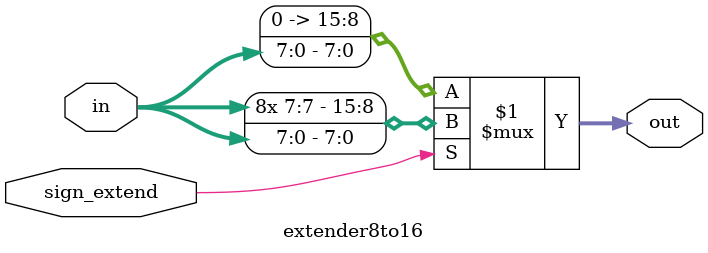
<source format=v>
module extender8to16 (in, sign_extend, out);
  
  input [7:0] in;
  input sign_extend;
  output [15:0] out;
  
  assign out = (sign_extend) ? {{8{in[7]}}, in[7:0]} : {8'b0, in[7:0]};
  
endmodule


</source>
